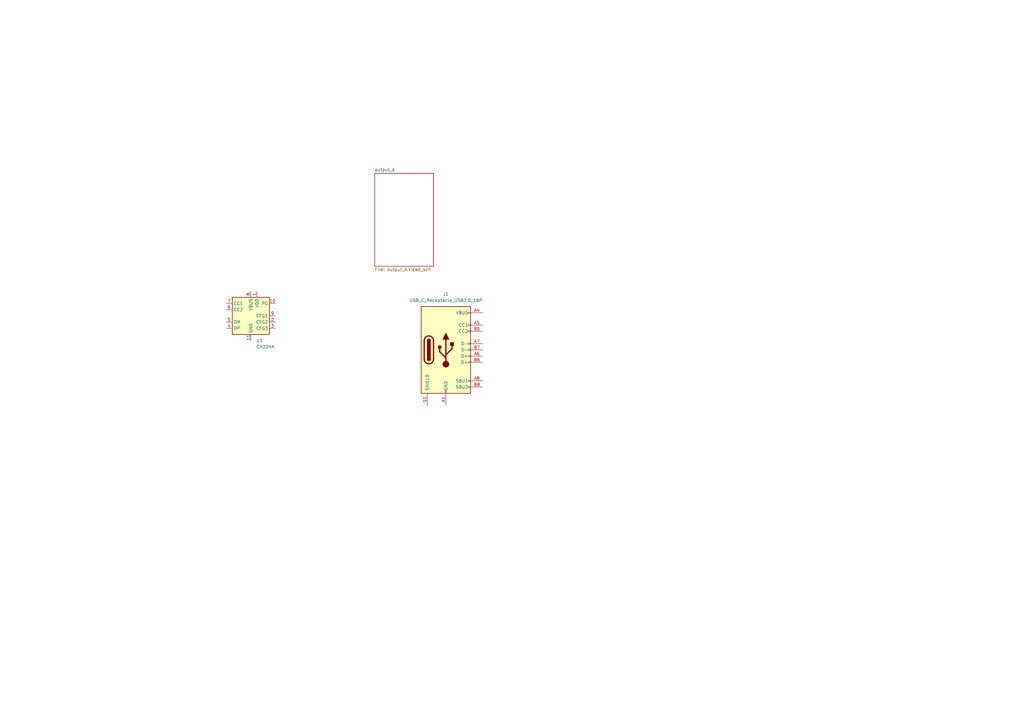
<source format=kicad_sch>
(kicad_sch (version 20231120) (generator "eeschema") (generator_version "8.0")
  (paper "A3")
  (lib_symbols
    (symbol "Connector:USB_C_Receptacle_USB2.0_16P" (pin_names (offset 1.016))
      (property "Reference" "J" (at 0 22.225 0))
      (property "Value" "USB_C_Receptacle_USB2.0_16P" (at 0 19.685 0))
      (symbol "USB_C_Receptacle_USB2.0_16P_0_0"
        (rectangle (start -0.254 -17.78) (end 0.254 -16.764))
        (rectangle (start 10.16 -14.986) (end 9.144 -15.494))
        (rectangle (start 10.16 -12.446) (end 9.144 -12.954))
        (rectangle (start 10.16 -4.826) (end 9.144 -5.334))
        (rectangle (start 10.16 -2.286) (end 9.144 -2.794))
        (rectangle (start 10.16 0.254) (end 9.144 -0.254))
        (rectangle (start 10.16 2.794) (end 9.144 2.286))
        (rectangle (start 10.16 7.874) (end 9.144 7.366))
        (rectangle (start 10.16 10.414) (end 9.144 9.906))
        (rectangle (start 10.16 15.494) (end 9.144 14.986))
      )
      (symbol "USB_C_Receptacle_USB2.0_16P_0_1"
        (rectangle (start -10.16 17.78) (end 10.16 -17.78) (stroke (width 0.254)) (fill (type background)))
        (arc (start -8.89 -3.81) (mid -6.985 -5.7067) (end -5.08 -3.81) (stroke (width 0.508)))
        (arc (start -7.62 -3.81) (mid -6.985 -4.4423) (end -6.35 -3.81) (stroke (width 0.254)))
        (arc (start -7.62 -3.81) (mid -6.985 -4.4423) (end -6.35 -3.81) (stroke (width 0.254)) (fill (type outline)))
        (rectangle (start -7.62 -3.81) (end -6.35 3.81) (stroke (width 0.254)) (fill (type outline)))
        (arc (start -6.35 3.81) (mid -6.985 4.4423) (end -7.62 3.81) (stroke (width 0.254)))
        (arc (start -6.35 3.81) (mid -6.985 4.4423) (end -7.62 3.81) (stroke (width 0.254)) (fill (type outline)))
        (arc (start -5.08 3.81) (mid -6.985 5.7067) (end -8.89 3.81) (stroke (width 0.508)))
        (circle (center -2.54 1.143) (radius 0.635) (stroke (width 0.254)) (fill (type outline)))
        (circle (center 0 -5.842) (radius 1.27) (fill (type outline)))
        (polyline (pts (xy -8.89 -3.81) (xy -8.89 3.81)) (stroke (width 0.508)))
        (polyline (pts (xy -5.08 3.81) (xy -5.08 -3.81)) (stroke (width 0.508)))
        (polyline (pts (xy 0 -5.842) (xy 0 4.318)) (stroke (width 0.508)))
        (polyline (pts (xy 0 -3.302) (xy -2.54 -0.762) (xy -2.54 0.508)) (stroke (width 0.508)))
        (polyline (pts (xy 0 -2.032) (xy 2.54 0.508) (xy 2.54 1.778)) (stroke (width 0.508)))
        (polyline (pts (xy -1.27 4.318) (xy 0 6.858) (xy 1.27 4.318) (xy -1.27 4.318)) (stroke (width 0.254)) (fill (type outline)))
        (rectangle (start 1.905 1.778) (end 3.175 3.048) (stroke (width 0.254)) (fill (type outline)))
      )
      (symbol "USB_C_Receptacle_USB2.0_16P_1_1"
        (pin passive line (at 0 -22.86 90) (length 5.08) (name "GND") (number "A1"))
        (pin passive line (at 0 -22.86 90) (length 5.08) hide (name "GND") (number "A12"))
        (pin passive line (at 15.24 15.24 180) (length 5.08) (name "VBUS") (number "A4"))
        (pin bidirectional line (at 15.24 10.16 180) (length 5.08) (name "CC1") (number "A5"))
        (pin bidirectional line (at 15.24 -2.54 180) (length 5.08) (name "D+") (number "A6"))
        (pin bidirectional line (at 15.24 2.54 180) (length 5.08) (name "D-") (number "A7"))
        (pin bidirectional line (at 15.24 -12.7 180) (length 5.08) (name "SBU1") (number "A8"))
        (pin passive line (at 15.24 15.24 180) (length 5.08) hide (name "VBUS") (number "A9"))
        (pin passive line (at 0 -22.86 90) (length 5.08) hide (name "GND") (number "B1"))
        (pin passive line (at 0 -22.86 90) (length 5.08) hide (name "GND") (number "B12"))
        (pin passive line (at 15.24 15.24 180) (length 5.08) hide (name "VBUS") (number "B4"))
        (pin bidirectional line (at 15.24 7.62 180) (length 5.08) (name "CC2") (number "B5"))
        (pin bidirectional line (at 15.24 -5.08 180) (length 5.08) (name "D+") (number "B6"))
        (pin bidirectional line (at 15.24 0 180) (length 5.08) (name "D-") (number "B7"))
        (pin bidirectional line (at 15.24 -15.24 180) (length 5.08) (name "SBU2") (number "B8"))
        (pin passive line (at 15.24 15.24 180) (length 5.08) hide (name "VBUS") (number "B9"))
        (pin passive line (at -7.62 -22.86 90) (length 5.08) (name "SHIELD") (number "S1"))
      )
    )
    (symbol "Interface_USB:CH224K"
      (property "Reference" "U" (at -7.874 -8.89 0))
      (property "Value" "CH224K" (at 3.048 -8.89 0))
      (symbol "CH224K_1_1"
        (rectangle (start -7.62 7.62) (end 7.62 -7.62) (stroke (width 0.254)) (fill (type background)))
        (pin power_in line (at 2.54 10.16 270) (length 2.54) (name "VDD") (number "1"))
        (pin open_collector line (at 10.16 5.08 180) (length 2.54) (name "PG") (number "10"))
        (pin power_in line (at 0 -10.16 90) (length 2.54) (name "GND") (number "11"))
        (pin passive line (at 10.16 -2.54 180) (length 2.54) (name "CFG2") (number "2"))
        (pin passive line (at 10.16 -5.08 180) (length 2.54) (name "CFG3") (number "3"))
        (pin bidirectional line (at -10.16 -5.08 0) (length 2.54) (name "DP") (number "4"))
        (pin bidirectional line (at -10.16 -2.54 0) (length 2.54) (name "DM") (number "5"))
        (pin bidirectional line (at -10.16 2.54 0) (length 2.54) (name "CC2") (number "6"))
        (pin bidirectional line (at -10.16 5.08 0) (length 2.54) (name "CC1") (number "7"))
        (pin passive line (at 0 10.16 270) (length 2.54) (name "VBUS") (number "8"))
        (pin passive line (at 10.16 0 180) (length 2.54) (name "CFG1") (number "9"))
      )
    )
  )
  (symbol (lib_id "Connector:USB_C_Receptacle_USB2.0_16P") (at 182.88 143.51 0) (unit 1)
    (property "Reference" "J1" (at 182.88 120.65 0))
    (property "Value" "USB_C_Receptacle_USB2.0_16P" (at 182.88 123.19 0))
    (property "Datasheet" "https://www.usb.org/sites/default/files/documents/usb_type-c.zip" (effects (hide yes)))
    (property "Description" "USB 2.0-only 16P Type-C Receptacle connector" (effects (hide yes)))
  )
  (symbol (lib_id "Interface_USB:CH224K") (at 102.87 129.54 0) (unit 1)
    (property "Reference" "U1" (at 105.0641 139.7 0) (effects (justify left)))
    (property "Value" "CH224K" (at 105.0641 142.24 0) (effects (justify left)))
    (property "Footprint" "Package_SO:SSOP-10-1EP_3.9x4.9mm_P1mm_EP2.1x3.3mm" (effects (hide yes)))
    (property "Datasheet" "https://www.wch.cn/downloads/file/301.html" (effects (hide yes)))
    (property "Description" "100W USB Type-C PD3.0/2.0, BC1.2 Sink Controller, SSOP-10" (effects (hide yes)))
  )
  (sheet (at 153.67 71.12) (size 24.13 38.1) (stroke (width 0.1524))
    (property "Sheetname" "output_A" (at 153.67 70.4084 0) (effects (justify left bottom)))
    (property "Sheetfile" "output_A.kicad_sch" (at 153.67 109.8046 0) (effects (justify left top)))
  )
)
</source>
